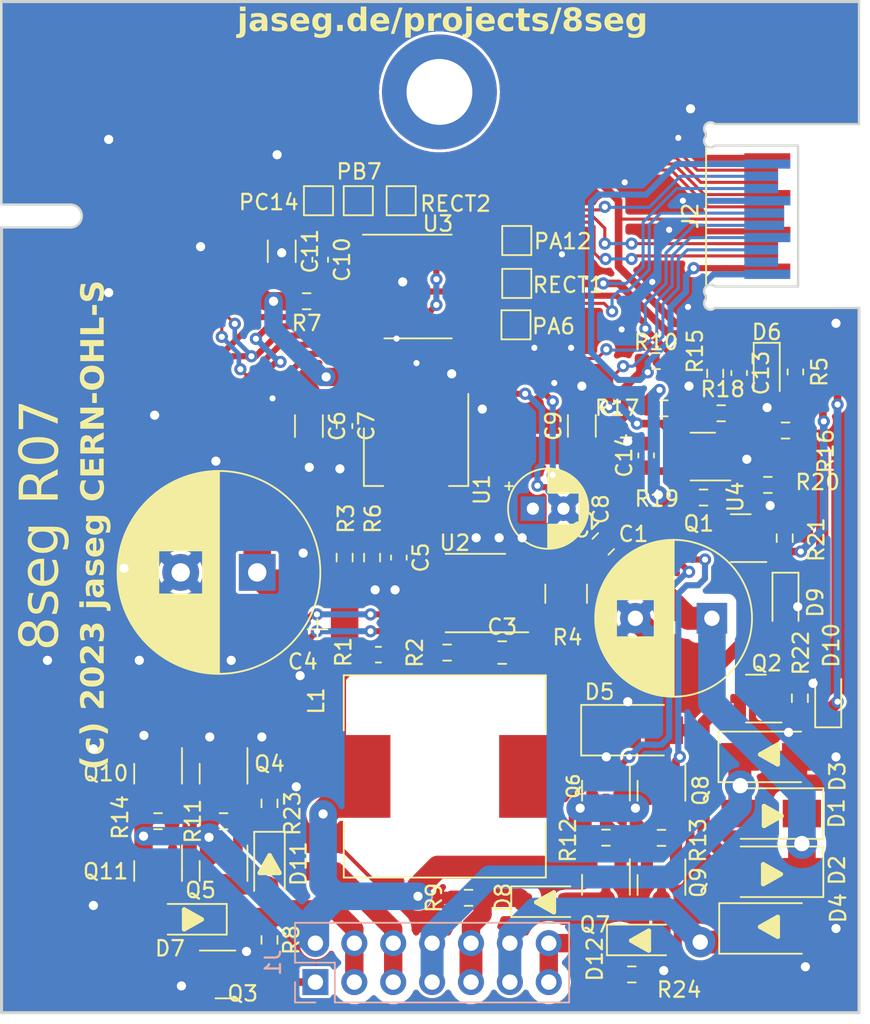
<source format=kicad_pcb>
(kicad_pcb (version 20230913) (generator pcbnew)

  (general
    (thickness 1.6)
  )

  (paper "A4")
  (layers
    (0 "F.Cu" signal)
    (31 "B.Cu" signal)
    (32 "B.Adhes" user "B.Adhesive")
    (33 "F.Adhes" user "F.Adhesive")
    (34 "B.Paste" user)
    (35 "F.Paste" user)
    (36 "B.SilkS" user "B.Silkscreen")
    (37 "F.SilkS" user "F.Silkscreen")
    (38 "B.Mask" user)
    (39 "F.Mask" user)
    (40 "Dwgs.User" user "User.Drawings")
    (41 "Cmts.User" user "User.Comments")
    (42 "Eco1.User" user "User.Eco1")
    (43 "Eco2.User" user "User.Eco2")
    (44 "Edge.Cuts" user)
    (45 "Margin" user)
    (46 "B.CrtYd" user "B.Courtyard")
    (47 "F.CrtYd" user "F.Courtyard")
    (48 "B.Fab" user)
    (49 "F.Fab" user)
  )

  (setup
    (stackup
      (layer "F.SilkS" (type "Top Silk Screen"))
      (layer "F.Paste" (type "Top Solder Paste"))
      (layer "F.Mask" (type "Top Solder Mask") (thickness 0.01))
      (layer "F.Cu" (type "copper") (thickness 0.035))
      (layer "dielectric 1" (type "core") (thickness 1.51) (material "FR4") (epsilon_r 4.5) (loss_tangent 0.02))
      (layer "B.Cu" (type "copper") (thickness 0.035))
      (layer "B.Mask" (type "Bottom Solder Mask") (thickness 0.01))
      (layer "B.Paste" (type "Bottom Solder Paste"))
      (layer "B.SilkS" (type "Bottom Silk Screen"))
      (copper_finish "None")
      (dielectric_constraints no)
    )
    (pad_to_mask_clearance 0)
    (pcbplotparams
      (layerselection 0x00010fc_ffffffff)
      (plot_on_all_layers_selection 0x0000000_00000000)
      (disableapertmacros false)
      (usegerberextensions false)
      (usegerberattributes false)
      (usegerberadvancedattributes false)
      (creategerberjobfile false)
      (dashed_line_dash_ratio 12.000000)
      (dashed_line_gap_ratio 3.000000)
      (svgprecision 6)
      (plotframeref false)
      (viasonmask false)
      (mode 1)
      (useauxorigin false)
      (hpglpennumber 1)
      (hpglpenspeed 20)
      (hpglpendiameter 15.000000)
      (pdf_front_fp_property_popups true)
      (pdf_back_fp_property_popups true)
      (dxfpolygonmode true)
      (dxfimperialunits true)
      (dxfusepcbnewfont true)
      (psnegative false)
      (psa4output false)
      (plotreference true)
      (plotvalue true)
      (plotfptext true)
      (plotinvisibletext false)
      (sketchpadsonfab false)
      (subtractmaskfromsilk false)
      (outputformat 1)
      (mirror false)
      (drillshape 0)
      (scaleselection 1)
      (outputdirectory "gerber")
    )
  )

  (net 0 "")
  (net 1 "+12V")
  (net 2 "GND")
  (net 3 "+3V3")
  (net 4 "Net-(Q4-D)")
  (net 5 "Net-(D5-K)")
  (net 6 "Net-(U2-FB)")
  (net 7 "/Vmeas_A")
  (net 8 "Net-(Q6-D)")
  (net 9 "/CH2")
  (net 10 "/CH3")
  (net 11 "/Q2")
  (net 12 "/Q0")
  (net 13 "/Q3")
  (net 14 "/Q1")
  (net 15 "/SWCLK")
  (net 16 "/SWDIO")
  (net 17 "/CH0")
  (net 18 "/LOAD")
  (net 19 "/CH1")
  (net 20 "+VSW")
  (net 21 "Net-(Q8-D)")
  (net 22 "/LED_K")
  (net 23 "Net-(Q10-D)")
  (net 24 "/C1")
  (net 25 "/ILIM")
  (net 26 "/DBG1")
  (net 27 "Net-(C3-Pad1)")
  (net 28 "/DBG2")
  (net 29 "/TX_POK")
  (net 30 "/TX_EN")
  (net 31 "/Vdiff")
  (net 32 "/RECT1")
  (net 33 "/RECT2")
  (net 34 "Net-(U2-BS)")
  (net 35 "/C2")
  (net 36 "Net-(U4-+)")
  (net 37 "Net-(U4--)")
  (net 38 "Net-(D7-A)")
  (net 39 "Net-(D8-A)")
  (net 40 "Net-(D11-A)")
  (net 41 "Net-(D12-A)")
  (net 42 "/NRST")
  (net 43 "Net-(U3-PA12{slash}PA10)")
  (net 44 "Net-(U3-PC14{slash}PB9)")
  (net 45 "unconnected-(J2-Pad2)")

  (footprint "Capacitor_SMD:C_1206_3216Metric" (layer "F.Cu") (at 170.075 94.71 -90))

  (footprint "Capacitor_SMD:C_0603_1608Metric" (layer "F.Cu") (at 172.4 94.71 -90))

  (footprint "Capacitor_SMD:C_1206_3216Metric" (layer "F.Cu") (at 187.9 94.7 90))

  (footprint "Capacitor_SMD:C_0603_1608Metric" (layer "F.Cu") (at 170.811641 83.85 -90))

  (footprint "Diode_SMD:D_SMA" (layer "F.Cu") (at 200.270651 123.8 180))

  (footprint "Resistor_SMD:R_0603_1608Metric_Pad1.05x0.95mm_HandSolder" (layer "F.Cu") (at 201.85 91.175 90))

  (footprint "Resistor_SMD:R_0603_1608Metric_Pad0.98x0.95mm_HandSolder" (layer "F.Cu") (at 169.925 86.563359 180))

  (footprint "Package_TO_SOT_SMD:SOT-223" (layer "F.Cu") (at 177.075 96.71 -90))

  (footprint "Capacitor_THT:CP_Radial_D5.0mm_P2.00mm" (layer "F.Cu") (at 184.7 100.1))

  (footprint "Capacitor_THT:CP_Radial_D13.0mm_P5.00mm" (layer "F.Cu") (at 166.7 104.260774 180))

  (footprint "Diode_SMD:D_SMA" (layer "F.Cu") (at 200.270651 120 180))

  (footprint "Diode_SMD:D_SMA" (layer "F.Cu") (at 200.220651 116.3))

  (footprint "Diode_SMD:D_SMA" (layer "F.Cu") (at 200.270651 127.5))

  (footprint "Diode_SMD:D_SMA" (layer "F.Cu") (at 191.255 114.56))

  (footprint "Capacitor_SMD:C_0603_1608Metric" (layer "F.Cu") (at 175.95 103.292956 -90))

  (footprint "Resistor_SMD:R_0603_1608Metric_Pad0.98x0.95mm_HandSolder" (layer "F.Cu") (at 179.1 109.492956 180))

  (footprint "Resistor_SMD:R_0603_1608Metric_Pad0.98x0.95mm_HandSolder" (layer "F.Cu") (at 172.407044 103.292956 90))

  (footprint "Resistor_SMD:R_0603_1608Metric_Pad0.98x0.95mm_HandSolder" (layer "F.Cu") (at 174.2 103.292956 -90))

  (footprint "Resistor_SMD:R_0603_1608Metric_Pad1.05x0.95mm_HandSolder" (layer "F.Cu") (at 174.615 109.63))

  (footprint "Inductor_SMD:L_Neosid_SM-NE127_HandSoldering" (layer "F.Cu") (at 178.95 117.575))

  (footprint "Package_SO:SOIC-8-1EP_3.9x4.9mm_P1.27mm_EP2.29x3mm" (layer "F.Cu") (at 180.95 105.607044 180))

  (footprint "Capacitor_SMD:C_0805_2012Metric" (layer "F.Cu") (at 189.3 102.4 45))

  (footprint "Capacitor_SMD:C_0805_2012Metric" (layer "F.Cu") (at 182.7 109.492956))

  (footprint "Resistor_SMD:R_1210_3225Metric" (layer "F.Cu") (at 186.875 105.65 90))

  (footprint "Diode_SMD:D_SOD-323_HandSoldering" (layer "F.Cu") (at 199.975 91.175 -90))

  (footprint "Capacitor_THT:CP_Radial_D10.0mm_P5.00mm" (layer "F.Cu")
    (tstamp 00000000-0000-0000-0000-00005de9b522)
    (at 196.39556 107.254299 180)
    (descr "CP, Radial series, Radial, pin pitch=5.00mm, , diameter=10mm, Electrolytic Capacitor")
    (tags "CP Radial series Radial pin pitch 5.00mm  diameter 10mm Electrolytic Capacitor")
    (property "Reference" "C1" (at 5.125 5.5 0) (layer "F.SilkS") (tstamp d3f92e88-a579-4801-81e6-1ef12433ad87)
      (effects (font (size 1 1) (thickness 0.15)))
    )
    (property "Value" "220u/63V" (at 9.275 6.975 90) (layer "F.Fab") (tstamp f86bed3f-e065-4af8-9f70-6e45c51405c4)
      (effects (font (size 1 1) (thickness 0.15)))
    )
    (property "Footprint" "" (at 0 0 180 unlocked) (layer "F.Fab") hide (tstamp ffc1f911-bbf0-434a-bf97-52516797aa4d)
      (effects (font (size 1.27 1.27)))
    )
    (property "Datasheet" "" (at 0 0 180 unlocked) (layer "F.Fab") hide (tstamp 4efa6992-81eb-4c00-a9ab-2f249e57b668)
      (effects (font (size 1.27 1.27)))
    )
    (property "Description" "" (at 0 0 180 unlocked) (layer "F.Fab") hide (tstamp 5d39cb20-422e-4103-bc33-fef4ba35e7c3)
      (effects (font (size 1.27 1.27)))
    )
    (property "LCSC" "C324050" (at 0 0 0) (layer "F.Fab") hide (tstamp a58df9e6-1ece-49ab-896c-aecfe8b4b2ee)
      (effects (font (size 1 1) (thickness 0.15)))
    )
    (property "Mfg" "Rubycon" (at 0 0 0) (layer "F.Fab") hide (tstamp fca62e29-a933-46ee-8c4f-806df7dc1e6b)
      (effects (font (size 1 1) (thickness 0.15)))
    )
    (property "PN" "63YXF220MFFCT810X20" (at 0 0 0) (layer "F.Fab") hide (tstamp 62f7ee07-ef26-4bdb-a15e-9097552d5931)
      (effects (font (size 1 1) (thickness 0.15)))
    )
    (property "Quantity" "" (at 0 0 180 unlocked) (layer "F.Fab") hide (tstamp b2e52eae-b749-499a-b7d4-6bf02331f608)
      (effects (font (size 1 1) (thickness 0.15)))
    )
    (property "Field-1" "" (at 0 0 180 unlocked) (layer "F.Fab") hide (tstamp 13b40f92-85ab-47f8-b0c8-7c412d270368)
      (effects (font (size 1 1) (thickness 0.15)))
    )
    (path "/00000000-0000-0000-0000-00005df2dad7")
    (sheetfile "center.kicad_sch")
    (attr through_hole exclude_from_pos_files)
    (fp_line (start 7.581 -0.599) (end 7.581 0.599)
      (stroke (width 0.12) (type solid)) (layer "F.SilkS") (tstamp 15e25113-5487-457c-b8c5-2560a1693bbd))
    (fp_line (start 7.541 -0.862) (end 7.541 0.862)
      (stroke (width 0.12) (type solid)) (layer "F.SilkS") (tstamp 250f4a5c-9198-4a89-87e1-f37e98bb8784))
    (fp_line (start 7.501 -1.062) (end 7.501 1.062)
      (stroke (width 0.12) (type solid)) (layer "F.SilkS") (tstamp aa9463dc-2d23-49b6-9587-528b7334c593))
    (fp_line (start 7.461 -1.23) (end 7.461 1.23)
      (stroke (width 0.12) (type solid)) (layer "F.SilkS") (tstamp 8600408e-1694-4bcf-9162-2a380228df2d))
    (fp_line (start 7.421 -1.378) (end 7.421 1.378)
      (stroke (width 0.12) (type solid)) (layer "F.SilkS") (tstamp b82deec3-529f-4cb2-bca9-f573864dcc58))
    (fp_line (start 7.381 -1.51) (end 7.381 1.51)
      (stroke (width 0.12) (type solid)) (layer "F.SilkS") (tstamp 17e01c5e-b60d-4937-b6c8-5caf10c3860f))
    (fp_line (start 7.341 -1.63) (end 7.341 1.63)
      (stroke (width 0.12) (type solid)) (layer "F.SilkS") (tstamp c350cf68-11ad-4c33-853e-e3e88ba9cd11))
    (fp_line (start 7.301 -1.742) (end 7.301 1.742)
      (stroke (width 0.12) (type solid)) (layer "F.SilkS") (tstamp b17ea7c6-1e8c-4b5c-9e14-b69f6605270b))
    (fp_line (start 7.261 -1.846) (end 7.261 1.846)
      (stroke (width 0.12) (type solid)) (layer "F.SilkS") (tstamp 35f55f8f-7d1e-4c79-b2d1-5362f15e6661))
    (fp_line (start 7.221 -1.944) (end 7.221 1.944)
      (stroke (width 0.12) (type solid)) (layer "F.SilkS") (tstamp 2858452f-e51a-4b86-befd-5806f9edbcd5))
    (fp_line (start 7.181 -2.037) (end 7.181 2.037)
      (stroke (width 0.12) (type solid)) (layer "F.SilkS") (tstamp 84f9e1b7-f5b3-478d-ace9-dfcde2720f73))
    (fp_line (start 7.141 -2.125) (end 7.141 2.125)
      (stroke (width 0.12) (type solid)) (layer "F.SilkS") (tstamp e7768c37-d620-4f3a-b954-58e5e89e6a99))
    (fp_line (start 7.101 -2.209) (end 7.101 2.209)
      (stroke (width 0.12) (type solid)) (layer "F.SilkS") (tstamp b47ac893-0190-4517-8763-bf7a702cac4a))
    (fp_line (start 7.061 -2.289) (end 7.061 2.289)
      (stroke (width 0.12) (type solid)) (layer "F.SilkS") (tstamp d33b14f8-fe13-4fd4-8916-4f017629a122))
    (fp_line (start 7.021 -2.365) (end 7.021 2.365)
      (stroke (width 0.12) (type solid)) (layer "F.SilkS") (tstamp f3fc5686-f4e2-4662-98b0-42f5c06847e9))
    (fp_line (start 6.981 -2.439) (end 6.981 2.439)
      (stroke (width 0.12) (type solid)) (layer "F.SilkS") (tstamp d497ba5c-fa64-41a3-8941-195e1f2aff9b))
    (fp_line (start 6.941 -2.51) (end 6.941 2.51)
      (stroke (width 0.12) (type solid)) (layer "F.SilkS") (tstamp 5fffff71-0f27-4651-8f47-c94df8543c06))
    (fp_line (start 6.901 -2.579) (end 6.901 2.579)
      (stroke (width 0.12) (type solid)) (layer "F.SilkS") (tstamp 1ab5fd19-f859-4e9d-a0ce-69e3d9f2679b))
    (fp_line (start 6.861 -2.645) (end 6.861 2.645)
      (stroke (width 0.12) (type solid)) (layer "F.SilkS") (tstamp 7f837871-38a7-478d-9253-66bf1da360d5))
    (fp_line (start 6.821 -2.709) (end 6.821 2.709)
      (stroke (width 0.12) (type solid)) (layer "F.SilkS") (tstamp 3a1fd05e-697b-4db8-9d2e-f415bbdd5e90))
    (fp_line (start 6.781 -2.77) (end 6.781 2.77)
      (stroke (width 0.12) (type solid)) (layer "F.SilkS") (tstamp 6494c15d-15c0-40ff-9ed5-a7fea88ae43f))
    (fp_line (start 6.741 -2.83) (end 6.741 2.83)
      (stroke (width 0.12) (type solid)) (layer "F.SilkS") (tstamp 79565971-b1d4-434a-ab38-d9e009f03c0c))
    (fp_line (start 6.701 -2.889) (end 6.701 2.889)
      (stroke (width 0.12) (type solid)) (layer "F.SilkS") (tstamp c61c2e48-fe0c-4607-bff7-93f998099f6d))
    (fp_line (start 6.661 -2.945) (end 6.661 2.945)
      (stroke (width 0.12) (type solid)) (layer "F.SilkS") (tstamp 441f7003-e100-4bc1-927d-fd869c2db0e7))
    (fp_line (start 6.621 -3) (end 6.621 3)
      (stroke (width 0.12) (type solid)) (layer "F.SilkS") (tstamp d34a2c45-2bbb-4ce8-8dc4-e565ffd6d25a))
    (fp_line (start 6.581 -3.054) (end 6.581 3.054)
      (stroke (width 0.12) (type solid)) (layer "F.SilkS") (tstamp d21a7016-c08f-4f93-9126-9c4b11273dcd))
    (fp_line (start 6.541 -3.106) (end 6.541 3.106)
      (stroke (width 0.12) (type solid)) (layer "F.SilkS") (tstamp c43f472c-30cd-4e47-9a24-975bbb5c4fd9))
    (fp_line (start 6.501 -3.156) (end 6.501 3.156)
      (stroke (width 0.12) (type solid)) (layer "F.SilkS") (tstamp c82b0843-a08b-455c-a36c-5325990db7fe))
    (fp_line (start 6.461 -3.206) (end 6.461 3.206)
      (stroke (width 0.12) (type solid)) (layer "F.SilkS") (tstamp 265a23cf-00e6-4bcf-8ce1-4986182f2ceb))
    (fp_line (start 6.421 -3.254) (end 6.421 3.254)
      (stroke (width 0.12) (type solid)) (layer "F.SilkS") (tstamp 9c4393ec-c5a2-4c15-9f7a-592189d82843))
    (fp_line (start 6.381 -3.301) (end 6.381 3.301)
      (stroke (width 0.12) (type solid)) (layer "F.SilkS") (tstamp 5a449993-f60e-4184-ba9e-8833f68eab80))
    (fp_line (start 6.341 -3.347) (end 6.341 3.347)
      (stroke (width 0.12) (type solid)) (layer "F.SilkS") (tstamp cd8f7c67-5d4a-40d7-b861-845b5f728216))
    (fp_line (start 6.301 -3.392) (end 6.301 3.392)
      (stroke (width 0.12) (type solid)) (layer "F.SilkS") (tstamp 69447eab-a091-4367-8812-473142c2d135))
    (fp_line (start 6.261 -3.436) (end 6.261 3.436)
      (stroke (width 0.12) (type solid)) (layer "F.SilkS") (tstamp 22f67690-71a0-45d7-bffd-9e2cc8f0a1b8))
    (fp_line (start 6.221 1.241) (end 6.221 3.478)
      (stroke (width 0.12) (type solid)) (layer "F.SilkS") (tstamp 00a0a916-670b-4338-a41e-a2ed32a9d551))
    (fp_line (start 6.221 -3.478) (end 6.221 -1.241)
      (stroke (width 0.12) (type solid)) (layer "F.SilkS") (tstamp d635344e-3f07-4b40-8bb3-9e8291ed015f))
    (fp_line (start 6.181 1.241) (end 6.181 3.52)
      (stroke (width 0.12) (type solid)) (layer "F.SilkS") (tstamp 6b857357-b92f-40e3-8551-a46d23378311))
    (fp_line (start 6.181 -3.52) (end 6.181 -1.241)
      (stroke (width 0.12) (type solid)) (layer "F.SilkS") (tstamp 856475ed-a198-49ea-9684-f67b277b6f68))
    (fp_line (start 6.141 1.241) (end 6.141 3.561)
      (stroke (width 0.12) (type solid)) (layer "F.SilkS") (tstamp 17315190-1be8-411e-a935-73ad6d9c5746))
    (fp_line (start 6.141 -3.561) (end 6.141 -1.241)
      (stroke (width 0.12) (type solid)) (layer "F.SilkS") (tstamp f9248d3d-d9c7-4a30-b3db-e7a1ae9bdd07))
    (fp_line (start 6.101 1.241) (end 6.101 3.601)
      (stroke (width 0.12) (type solid)) (layer "F.SilkS") (tstamp 47a7bd5c-1887-4da2-9186-ecb1db2dd2a7))
    (fp_line (start 6.101 -3.601) (end 6.101 -1.241)
      (stroke (width 0.12) (type solid)) (layer "F.SilkS") (tstamp 13ce2ce5-c4ea-4c7d-97ba-c7f25752f9e1))
    (fp_line (start 6.061 1.241) (end 6.061 3.64)
      (stroke (width 0.12) (type solid)) (layer "F.SilkS") (tstamp 76a8e096-2f83-40e5-9ea0-0a3c4d546daf))
    (fp_line (start 6.061 -3.64) (end 6.061 -1.241)
      (stroke (width 0.12) (type solid)) (layer "F.SilkS") (tstamp b04628a3-07e8-473e-b26f-0c30a99f3242))
    (fp_line (start 6.021 1.241) (end 6.021 3.679)
      (stroke (width 0.12) (type solid)) (layer "F.SilkS") (tstamp 9d1bb8ad-c8c8-410f-bc69-6c9f80ad0c70))
    (fp_line (start 6.021 -3.679) (end 6.021 -1.241)
      (stroke (width 0.12) (type solid)) (layer "F.SilkS") (tstamp 97571bf5-5a5b-4a61-8fcc-2277f109f682))
    (fp_line (start 5.981 1.241) (end 5.981 3.716)
      (stroke (width 0.12) (type solid)) (layer "F.SilkS") (tstamp c38bb519-e63b-4129-8ce2-b1fdcbbc1c3b))
    (fp_line (start 5.981 -3.716) (end 5.981 -1.241)
      (stroke (width 0.12) (type solid)) (layer "F.SilkS") (tstamp a806cecb-b2d6-43a5-ab62-54481ac5dcff))
    (fp_line (start 5.941 1.241) (end 5.941 3.753)
      (stroke (width 0.12) (type solid)) (layer "F.SilkS") (tstamp f63e7aaf-512a-40c3-bd2d-c12b3d6904f2))
    (fp_line (start 5.941 -3.753) (end 5.941 -1.241)
      (stroke (width 0.12) (type solid)) (layer "F.SilkS") (tstamp d3e3427d-c25a-4ad0-b4ab-28f0e1106f35))
    (fp_line (start 5.901 1.241) (end 5.901 3.789)
      (stroke (width 0.12) (type solid)) (layer "F.SilkS") (tstamp 1737ad66-ada6-476f-9118-fb91296bd770))
    (fp_line (start 5.901 -3.789) (end 5.901 -1.241)
      (stroke (width 0.12) (type solid)) (layer "F.SilkS") (tstamp b46ef975-4d92-4b09-bd35-edaa249d0079))
    (fp_line (start 5.861 1.241) (end 5.861 3.824)
      (stroke (width 0.12) (type solid)) (layer "F.SilkS") (tstamp 93c3ea81-df48-4fbb-905c-99d1773dd83f))
    (fp_line (start 5.861 -3.824) (end 5.861 -1.241)
      (stroke (width 0.12) (type solid)) (layer "F.SilkS") (tstamp 7e69914b-1232-4539-bb8b-efaa4a5e2863))
    (fp_line (start 5.821 1.241) (end 5.821 3.858)
      (stroke (width 0.12) (type solid)) (layer "F.SilkS") (tstamp 7312c4e0-06f5-43bc-bf66-946f9d9c8abc))
    (fp_line (start 5.821 -3.858) (end 5.821 -1.241)
      (stroke (width 0.12) (type solid)) (layer "F.SilkS") (tstamp b1870f98-1af8-4d13-9ace-f7aa185839c7))
    (fp_line (start 5.781 1.241) (end 5.781 3.892)
      (stroke (width 0.12) (type solid)) (layer "F.SilkS") (tstamp 26a41f3e-51a8-4a23-ad13-2c19d94031f0))
    (fp_line (start 5.781 -3.892) (end 5.781 -1.241)
      (stroke (width 0.12) (type solid)) (layer "F.SilkS") (tstamp a8b9ffde-915c-4176-9335-691836a5ac66))
    (fp_line (start 5.741 1.241) (end 5.741 3.925)
      (stroke (width 0.12) (type solid)) (layer "F.SilkS") (tstamp 4b9dea06-c8d8-423e-99a8-c96b3b9083b6))
    (fp_line (start 5.741 -3.925) (end 5.741 -1.241)
      (stroke (width 0.12) (type solid)) (layer "F.SilkS") (tstamp e6fa3c88-2a6c-48d2-9113-acd0695172ec))
    (fp_line (start 5.701 1.241) (end 5.701 3.957)
      (stroke (width 0.12) (type solid)) (layer "F.SilkS") (tstamp 1a9f1231-3889-402e-88d4-92d0d7af4683))
    (fp_line (start 5.701 -3.957) (end 5.701 -1.241)
      (stroke (width 0.12) (type solid)) (layer "F.SilkS") (tstamp edfc5db9-8ff3-4694-b0d5-11d732da02e9))
    (fp_line (start 5.661 1.241) (end 5.661 3.989)
      (stroke (width 0.12) (type solid)) (layer "F.SilkS") (tstamp 9fc4e90d-ea1b-49f3-9d4b-e3b2d4e2ebb4))
    (fp_line (start 5.661 -3.989) (end 5.661 -1.241)
      (stroke (width 0.12) (type solid)) (layer "F.SilkS") (tstamp 3d9b8596-0182-40d6-a330-42bbeb526fad))
    (fp_line (start 5.621 1.241) (end 5.621 4.02)
      (stroke (width 0.12) (type solid)) (layer "F.SilkS") (tstamp b10e8e39-131b-4302-8442-ad92a419c842))
    (fp_line (start 5.621 -4.02) (end 5.621 -1.241)
      (stroke (width 0.12) (type solid)) (layer "F.SilkS") (tstamp a277a28f-e441-4d89-9a97-992098c34bd7))
    (fp_line (start 5.581 1.241) (end 5.581 4.05)
      (stroke (width 0.12) (type solid)) (layer "F.SilkS") (tstamp 32141158-a292-4ddc-8315-84e2605f0643))
    (fp_line (start 5.581 -4.05) (end 5.581 -1.241)
      (stroke (width 0.12) (type solid)) (layer "F.SilkS") (tstamp 27abaacd-1c6d-4a7f-9745-b0da47fa6c55))
    (fp_line (start 5.541 1.241) (end 5.541 4.08)
      (stroke (width 0.12) (type solid)) (layer "F.SilkS") (tstamp d10f7314-5e9b-4049-ab7d-8571ac41259a))
    (fp_line (start 5.541 -4.08) (end 5.541 -1.241)
      (stroke (width 0.12) (type solid)) (layer "F.SilkS") (tstamp f065860a-d4dd-4f4c-bb02-4838a01de2f2))
    (fp_line (start 5.501 1.241) (end 5.501 4.11)
      (stroke (width 0.12) (type solid)) (layer "F.SilkS") (tstamp 57267124-c236-455b-b288-017fa13d1943))
    (fp_line (start 5.501 -4.11) (end 5.501 -1.241)
      (stroke (width 0.12) (type solid)) (layer "F.SilkS") (tstamp 4ed064ec-e1e2-47e8-be3f-4fb4b13d4913))
    (fp_line (start 5.461 1.241) (end 5.461 4.138)
      (stroke (width 0.12) (type solid)) (layer "F.SilkS") (tstamp c8c0b889-4e45-48c3-a849-471a76dc4d53))
    (fp_line (start 5.461 -4.138) (end 5.461 -1.241)
      (stroke (width 0.12) (type solid)) (layer "F.SilkS") (tstamp 4d6eb585-e508-402e-ab20-e8064267ad8d))
    (fp_line (start 5.421 1.241) (end 5.421 4.166)
      (stroke (width 0.12) (type solid)) (layer "F.SilkS") (tstamp c1fd2e8d-ee4f-44f7-8ac0-3c812a53d4e2))
    (fp_line (start 5.421 -4.166) (end 5.421 -1.241)
      (stroke (width 0.12) (type solid)) (layer "F.SilkS") (tstamp 8354317e-5240-418f-809d-3f7d678d748e))
    (fp_line (start 5.381 1.241) (end 5.381 4.194)
      (stroke (width 0.12) (type solid)) (layer "F.SilkS") (tstamp 4f730ad2-a39d-4279-bea2-ff85ed1c39be))
    (fp_line (start 5.381 -4.194) (end 5.381 -1.241)
      (stroke (width 0.12) (type solid)) (layer "F.SilkS") (tstamp a6ba18e7-890b-4f68-ac04-77c6c20988f5))
    (fp_line (start 5.341 1.241) (end 5.341 4.221)
      (stroke (width 0.12) (type solid)) (layer "F.SilkS") (tstamp 4a9b16df-b0e3-43bb-9a74-930e9b9774d2))
    (fp_line (start 5.341 -4.221) (end 5.341 -1.241)
      (stroke (width 0.12) (type solid)) (layer "F.SilkS") (tstamp 0fad3393-edf9-49e2-8070-73d9018f667f))
    (fp_line (start 5.301 1.241) (end 5.301 4.247)
      (stroke (width 0.12) (type solid)) (layer "F.SilkS") (tstamp 867f708e-bed0-4788-b373-bca75d47ea6c))
    (fp_line (start 5.301 -4.247) (end 5.301 -1.241)
      (stroke (width 0.12) (type solid)) (layer "F.SilkS") (tstamp da0c5f1d-8e5d-45ae-be95-0f167bc1ae8b))
    (fp_line (start 5.261 1.241) (end 5.261 4.273)
      (stroke (width 0.12) (type solid)) (layer "F.SilkS") (tstamp 47bd30e2-028b-4de6-ad44-8e80934dbc78))
    (fp_line (start 5.261 -4.273) (end 5.261 -1.241)
      (stroke (width 0.12) (type solid)) (layer "F.SilkS") (tstamp 3955128a-a92a-4402-bceb-021b51b6b2db))
    (fp_line (start 5.221 1.241) (end 5.221 4.298)
      (stroke (width 0.12) (type solid)) (layer "F.SilkS") (tstamp 9c601769-261f-4161-84d8-549060236b26))
    (fp_line (start 5.221 -4.298) (end 5.221 -1.241)
      (stroke (width 0.12) (type solid)) (layer "F.SilkS") (tstamp 9dc3b785-a56c-4a44-8415-30174b6f5105))
    (fp_line (start 5.181 1.241) (end 5.181 4.323)
      (stroke (width 0.12) (type solid)) (layer "F.SilkS") (tstamp 1c466cfd-e55e-41e7-b190-0da3145ad28d))
    (fp_line (start 5.181 -4.323) (end 5.181 -1.241)
      (stroke (width 0.12) (type solid)) (layer "F.SilkS") (tstamp 3c00fc32-4555-47b4-9265-d40b7337d66a))
    (fp_line (start 5.141 1.241) (end 5.141 4.347)
      (stroke (width 0.12) (type solid)) (layer "F.SilkS") (tstamp 606a16df-6fce-433c-a1c8-c853d77ea191))
    (fp_line (start 5.141 -4.347) (end 5.141 -1.241)
      (stroke (width 0.12) (type solid)) (layer "F.SilkS") (tstamp b02a265b-9380-4729-ad3a-7c05644a0fec))
    (fp_line (start 5.101 1.241) (end 5.101 4.371)
      (stroke (width 0.12) (type solid)) (layer "F.SilkS") (tstamp 26231e63-3e30-40b5-9cd3-bd98cd52e790))
    (fp_line (start 5.101 -4.371) (end 5.101 -1.241)
      (stroke (width 0.12) (type solid)) (layer "F.SilkS") (tstamp a2718cb5-68bc-4da4-8dda-9b7dd5b146e1))
    (fp_line (start 5.061 1.241) (end 5.061 4.395)
      (stroke (width 0.12) (type solid)) (layer "F.SilkS") (tstamp caa0133b-5cc5-4a6f-9099-d26677c17688))
    (fp_line (start 5.061 -4.395) (end 5.061 -1.241)
      (stroke (width 0.12) (type solid)) (layer "F.SilkS") (tstamp 775b7f19-acec-48a4-8688-ee1e2d5896a2))
    (fp_line (start 5.021 1.241) (end 5.021 4.417)
      (stroke (width 0.12) (type solid)) (layer "F.SilkS") (tstamp ec585c9a-6711-49c7-9d9c-576b66b3d197))
    (fp_line (start 5.021 -4.417) (end 5.021 -1.241)
      (stroke (width 0.12) (type solid)) (layer "F.SilkS") (tstamp 1116fb9b-8a9f-4611-b517-a16ad26b2fae))
    (fp_line (start 4.981 1.241) (end 4.981 4.44)
      (stroke (width 0.12) (type solid)) (layer "F.SilkS") (tstamp 620a05fd-d78e-42ae-a231-795be1f99103))
    (fp_line (start 4.981 -4.44) (end 4.981 -1.241)
      (stroke (width 0.12) (type solid)) (layer "F.SilkS") (tstamp 729b4bd8-ca5c-4723-af7e-a77a4b7f6790))
    (fp_line (start 4.941 1.241) (end 4.941 4.462)
      (stroke (width 0.12) (type solid)) (layer "F.SilkS") (tstamp e6a3ea4f-6ca7-4271-b5cf-aaf6d2156102))
    (fp_line (start 4.941 -4.462) (end 4.941 -1.241)
      (stroke (width 0.12) (type solid)) (layer "F.SilkS") (tstamp e0aa2d4f-a0b1-4d48-a517-6bd58571af18))
    (fp_line (start 4.901 1.241) (end 4.901 4.483)
      (stroke (width 0.12) (type solid)) (layer "F.SilkS") (tstamp a7350402-a3d3-4c2d-aa28-16477e999040))
    (fp_line (start 4.901 -4.483) (end 4.901 -1.241)
      (stroke (width 0.12) (type solid)) (layer "F.SilkS") (tstamp a533a92f-28be-430c-bb86-04c1b023762c))
    (fp_line (start 4.861 1.241) (end 4.861 4.504)
      (stroke (width 0.12) (type solid)) (layer "F.SilkS") (tstamp c22e6328-6212-4f94-8804-b22957ec0ef5))
    (fp_line (start 4.861 -4.504) (end 4.861 -1.241)
      (stroke (width 0.12) (type solid)) (layer "F.SilkS") (tstamp afa5fe75-2ac8-458e-81f6-5e23dd079f1e))
    (fp_line (start 4.821 1.241) (end 4.821 4.525)
      (stroke (width 0.12) (type solid)) (layer "F.SilkS") (tstamp c900868b-7c9b-4446-9a99-b180d9c91b4d))
    (fp_line (start 4.821 -4.525) (end 4.821 -1.241)
      (stroke (width 0.12) (type solid)) (layer "F.SilkS") (tstamp 028045da-c4c1-4522-8e54-c0762830254b))
    (fp_line (start 4.781 1.241) (end 4.781 4.545)
      (stroke (width 0.12) (type solid)) (layer "F.SilkS") (tstamp 658748e6-5129-49f9-94b2-61ec3313380a))
    (fp_line (start 4.781 -4.545) (end 4.781 -1.241)
      (stroke (width 0.12) (type solid)) (layer "F.SilkS") (tstamp e35b7635-fb04-4744-972f-afaa3143abf0))
    (fp_line (start 4.741 1.241) (end 4.741 4.564)
      (stroke (width 0.12) (type solid)) (layer "F.SilkS") (tstamp 25b242e1-439f-4d28-9e12-f2aa78258d79))
    (fp_line (start 4.741 -4.564) (end 4.741 -1.241)
      (stroke (width 0.12) (type solid)) (layer "F.SilkS") (tstamp c9d391b4-14de-4788-bd44-31feede836d3))
    (fp_line (start 4.701 1.241) (end 4.701 4.584)
      (stroke (width 0.12) (type solid)) (layer "F.SilkS") (tstamp 02a8bde0-8fc0-4a39-9372-666240a8b86b))
    (fp_line (start 4.701 -4.584) (end 4.701 -1.241)
      (stroke (width 0.12) (type solid)) (layer "F.SilkS") (tstamp 219c12eb-ecfa-4892-9ce2-4896b4b767ed))
    (fp_line (start 4.661 1.241) (end 4.661 4.603)
      (stroke (width 0.12) (type solid)) (layer "F.SilkS") (tstamp 7db86e6f-1af1-4756-af88-309150f5b994))
    (fp_line (start 4.661 -4.603) (end 4.661 -1.241)
      (stroke (width 0.12) (type solid)) (layer "F.SilkS") (tstamp 9bd9c7a7-c7e6-4e5f-bb7c-c8ed74d2aca3))
    (fp_line (start 4.621 1.241) (end 4.621 4.621)
      (stroke (width 0.12) (type solid)) (layer "F.SilkS") (tstamp 46a1d092-c1dd-4e4d-a3e6-1e4261bfceb3))
    (fp_line (start 4.621 -4.621) (end 4.621 -1.241)
      (stroke (width 0.12) (type solid)) (layer "F.SilkS") (tstamp d0720b05-c854-45cb-a886-3937f41c789d))
    (fp_line (start 4.581 1.241) (end 4.581 4.639)
      (stroke (width 0.12) (type solid)) (layer "F.SilkS") (tstamp db3b45db-e9ef-4875-aaff-08aac6b313e3))
    (fp_line (start 4.581 -4.639) (end 4.581 -1.241)
      (stroke (width 0.12) (type solid)) (layer "F.SilkS") (tstamp e8f11793-5d6c-498f-b420-0de912a89488))
    (fp_line (start 4.541 1.241) (end 4.541 4.657)
      (stroke (width 0.12) (type solid)) (layer "F.SilkS") (tstamp b7f0d5f4-22d3-4deb-a901-c9fe8ab50c06))
    (fp_line (start 4.541 -4.657) (end 4.541 -1.241)
      (stroke (width 0.12) (type solid)) (layer "F.SilkS") (tstamp 8d215798-9d8f-4800-8d92-3bb7310aff54))
    (fp_line (start 4.501 1.241) (end 4.501 4.674)
      (stroke (width 0.12) (type solid)) (layer "F.SilkS") (tstamp 698ec590-7037-4d28-90ed-0973e728d04b))
    (fp_line (start 4.501 -4.674) (end 4.501 -1.241)
      (stroke (width 0.12) (type solid)) (layer "F.SilkS") (tstamp a24e2a68-fda0-4e2c-b132-81f04d6a0fb9))
    (fp_line (start 4.461 1.241) (end 4.461 4.69)
      (stroke (width 0.12) (type solid)) (layer "F.SilkS") (tstamp 9bedd0e8-35b5-4631-b894-3bdf947323f1))
    (fp_line (start 4.461 -4.69) (end 4.461 -1.241)
      (stroke (width 0.12) (type solid)) (layer "F.SilkS") (tstamp 029da0e2-19e2-4f2d-8e89-50d25214b60f))
    (fp_line (start 4.421 1.241) (end 4.421 4.707)
      (stroke (width 0.12) (type solid)) (layer "F.SilkS") (tstamp 74ef2c16-5eec-4ba2-b36f-2858559e7103))
    (fp_line (start 4.421 -4.707) (end 4.421 -1.241)
      (stroke (width 0.12) (type solid)) (layer "F.SilkS") (tstamp 9122ebd5-3a9a-486d-b3e4-3e2108e3d0db))
    (fp_line (start 4.381 1.241) (end 4.381 4.723)
      (stroke (width 0.12) (type solid)) (layer "F.SilkS") (tstamp 0c91b7eb-ca06-48b5-b139-f2fe9fa59437))
    (fp_line (start 4.381 -4.723) (end 4.381 -1.241)
      (stroke (width 0.12) (type solid)) (layer "F.SilkS") (tstamp 82700cc0-d3a1-49a8-bc7c-334edd6019de))
    (fp_line (start 4.341 1.241) (end 4.341 4.738)
      (stroke (width 0.12) (type solid)) (layer "F.SilkS") (tstamp 043a0385-4ae8-463d-bf23-309865553c29))
    (fp_line (start 4.341 -4.738) (end 4.341 -1.241)
      (stroke (width 0.12) (type solid)) (layer "F.SilkS") (tstamp 6229acc9-f960-4a21-8012-ad5c19413e04))
    (fp_line (start 4.301 1.241) (end 4.301 4.754)
      (stroke (width 0.12) (type solid)) (layer "F.SilkS") (tstamp 90b2bca7-b098-45e5-91fc-650bfe19565c))
    (fp_line (start 4.301 -4.754) (end 4.301 -1.241)
      (stroke (width 0.12) (type solid)) (layer "F.SilkS") (tstamp 53c77b47-1725-4266-8451-9c83586927bd))
    (fp_line (start 4.261 1.241) (end 4.261 4.768)
      (stroke (width 0.12) (type solid)) (layer "F.SilkS") (tstamp 5931b7e3-9d0a-4382-9521-5e5c7aea74e0))
    (fp_line (start 4.261 -4.768) (end 4.261 -1.241)
      (stroke (width 0.12) (type solid)) (layer "F.SilkS") (tstamp 009d0dc8-b405-4904-a943-054c74e61ab8))
    (fp_line (start 4.221 1.241) (end 4.221 4.783)
      (stroke (width 0.12) (type solid)) (layer "F.SilkS") (tstamp 92742f7b-047f-4bf9-9ec8-9ae5424307c9))
    (fp_line (start 4.221 -4.783) (end 4.221 -1.241)
      (stroke (width 0.12) (type solid)) (layer "F.SilkS") (tstamp 75af1825-a45f-49c4-9a8d-b8854ba7d5eb))
    (fp_line (start 4.181 1.241) (end 4.181 4.797)
      (stroke (width 0.12) (type solid)) (layer "F.SilkS") (tstamp 53bc7acb-a7b4-4a2d-8106-644621ceaa82))
    (fp_line (start 4.181 -4.797) (end 4.181 -1.241)
      (stroke (width 0.12) (type solid)) (layer "F.SilkS") (tstamp f1c2603f-811f-4f82-8488-48c25d707d15))
    (fp_line (start 4.141 1.241) (end 4.141 4.811)
      (stroke (width 0.12) (type solid)) (layer "F.SilkS") (tstamp 2eb4096a-0f71-446b-9e5c-2758db5f5ef9))
    (fp_line (start 4.141 -4.811) (end 4.141 -1.241)
      (stroke (width 0.12) (type solid)) (layer "F.SilkS") (tstamp 28724dd8-f502-4663-90ac-ab695d57e0f3))
    (fp_line (start 4.101 1.241) (end 4.101 4.824)
      (stroke (width 0.12) (type solid)) (layer "F.SilkS") (tstamp ac33f314-6be4-470b-8513-b23b58295eac))
    (fp_line (start 4.101 -4.824) (end 4.101 -1.241)
      (stroke (width 0.12) (type solid)) (layer "F.SilkS") (tstamp b365ced3-c87c-48c1-a6fc-36b80c7fa187))
    (fp_line (start 4.061 1.241) (end 4.061 4.837)
      (stroke (width 0.12) (type solid)) (layer "F.SilkS") (tstamp 7231045c-a18d-4555-83d3-a20b9c3b292c))
    (fp_line (start 4.061 -4.837) (end 4.061 -1.241)
      (stroke (width 0.12) (type solid)) (layer "F.SilkS") (tstamp d6e0a14a-0eca-425c-89f9-53a2f53adf01))
    (fp_line (start 4.021 1.241) (end 4.021 4.85)
      (stroke (width 0.12) (type solid)) (layer "F.SilkS") (tstamp b15c9006-b07a-4b91-b9f3-a3afc3051346))
    (fp_line (start 4.021 -4.85) (end 4.021 -1.241)
      (stroke (width 0.12) (type solid)) (layer "F.SilkS") (tstamp 40b23a3f-fe07-4bb2-abf4-80a485f46cb4))
    (fp_line (start 3.981 1.241) (end 3.981 4.862)
      (stroke (width 0.12) (type solid)) (layer "F.SilkS") (tstamp 4fb91542-0cec-4f5c-8cb5-744a672c3ff0))
    (fp_line (start 3.981 -4.862) (end 3.981 -1.241)
      (stroke (width 0.12) (type solid)) (layer "F.SilkS") (tstamp d949263b-771e-4a51-a483-a9665a844f08))
    (fp_line (start 3.941 1.241) (end 3.941 4.874)
      (stroke (width 0.12) (type solid)) (layer "F.SilkS") (tstamp 64765efb-2116-48e5-8747-a17b927b75f9))
    (fp_line (start 3.941 -4.874) (end 3.941 -1.241)
      (stroke (width 0.12) (type solid)) (layer "F.SilkS") (tstamp 4e57d133-9708-41d9-8290-f16b2a75983f))
    (fp_line (start 3.901 1.241) (end 3.901 4.885)
      (stroke (width 0.12) (type solid)) (layer "F.SilkS") (tstamp dfe9e0fb-ca71-46f3-8657-eb8684c90740))
    (fp_line (start 3.901 -4.885) (end 3.901 -1.241)
      (stroke (width 0.12) (type solid)) (layer "F.SilkS") (tstamp 084d5484-08f0-4698-b6c9-b0ba2c55b090))
    (fp_line (start 3.861 1.241) (end 3.861 4.897)
      (stroke (width 0.12) (type solid)) (layer "F.SilkS") (tstamp 63ed3e1c-c41b-48ff-bf18-eb5d9f01f5ff))
    (fp_line (start 3.861 -4.897) (end 3.861 -1.241)
      (stroke (width 0.12) (type solid)) (layer "F.SilkS") (tstamp cc953093-226a-4ba2-bbdd-b9e584e36f59))
    (fp_line (start 3.821 1.241) (end 3.821 4.907)
      (stroke (width 0.12) (type solid)) (layer "F.SilkS") (tstamp f03b203a-721c-4af7-829a-4980e8fac259))
    (fp_line (start 3.821 -4.907) (end 3.821 -1.241)
      (stroke (width 0.12) (type solid)) (layer "F.SilkS") (tstamp 4ca7f60e-607e-47b5-963a-3b794ba43616))
    (fp_line (start 3.781 1.241) (end 3.781 4.918)
      (stroke (width 0.12) (type solid)) (layer "F.SilkS") (tstamp 048b394a-de47-4630-87e9-4a440a8ab439))
    (fp_line (start 3.781 -4.918) (end 3.781 -1.241)
      (stroke (width 0.12) (type solid)) (layer "F.SilkS") (tstamp 726d332e-2831-4a32-8909-9ebf2bb2cf52))
    (fp_line (start 3.741 -4.928) (end 3.741 4.928)
      (stroke (width 0.12) (type solid)) (layer "F.SilkS") (tstamp 4bf44593-48e3-4f0d-be0d-679f6c575a07))
    (fp_line (start 3.701 -4.938)
... [1481374 chars truncated]
</source>
